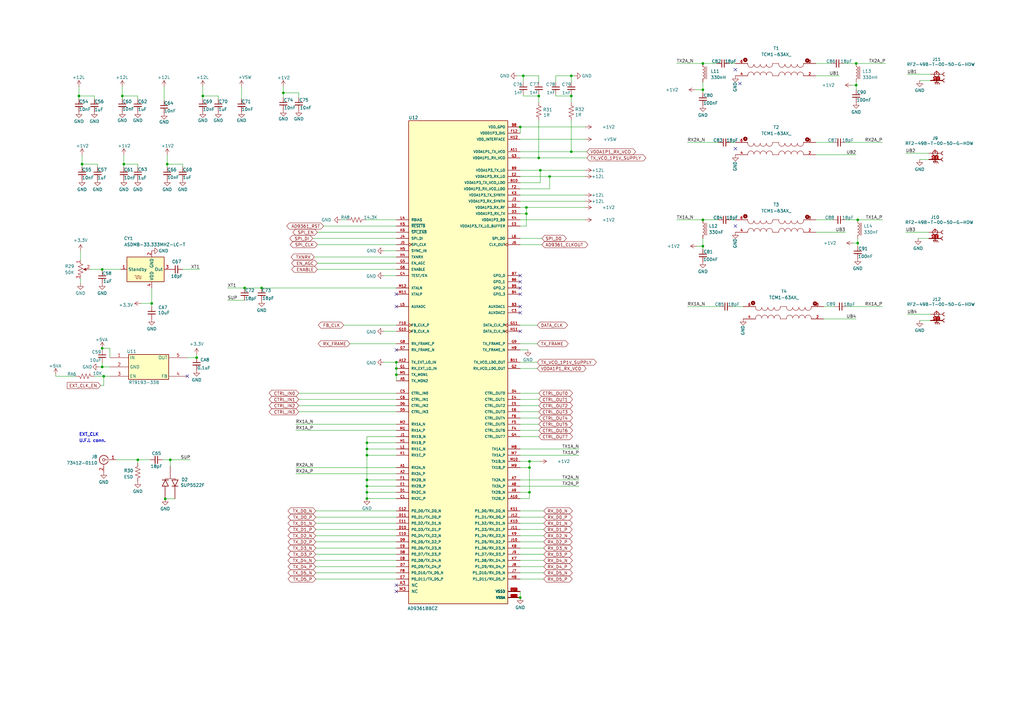
<source format=kicad_sch>
(kicad_sch (version 20231120) (generator "eeschema") (generator_version "8.0")
  (paper "A3")
  (junction (at 33.655 67.31))
  (junction (at 217.17 191.77))
  (junction (at 42.545 154.305))
  (junction (at 162.56 151.13))
  (junction (at 213.36 52.07))
  (junction (at 351.79 90.17))
  (junction (at 50.165 39.37))
  (junction (at 32.385 39.37))
  (junction (at 220.98 39.37))
  (junction (at 62.23 124.46))
  (junction (at 107.315 118.11))
  (junction (at 68.58 67.31))
  (junction (at 217.17 201.93))
  (junction (at 234.315 39.37))
  (junction (at 80.645 146.685))
  (junction (at 50.8 67.31))
  (junction (at 288.29 90.17))
  (junction (at 116.205 38.1))
  (junction (at 100.33 118.11))
  (junction (at 56.515 188.595))
  (junction (at 215.9 87.63))
  (junction (at 150.495 184.15))
  (junction (at 351.155 34.925))
  (junction (at 351.155 26.035))
  (junction (at 69.85 188.595))
  (junction (at 225.425 72.39))
  (junction (at 288.29 36.83))
  (junction (at 162.56 153.67))
  (junction (at 288.29 100.965))
  (junction (at 41.91 150.495))
  (junction (at 214.63 31.115))
  (junction (at 213.36 245.11))
  (junction (at 234.315 31.115))
  (junction (at 83.185 39.37))
  (junction (at 41.91 110.49))
  (junction (at 67.7542 204.597))
  (junction (at 150.495 181.61))
  (junction (at 150.495 186.69))
  (junction (at 150.495 199.39))
  (junction (at 150.495 204.47))
  (junction (at 150.495 201.93))
  (junction (at 150.495 196.85))
  (junction (at 351.79 99.695))
  (junction (at 162.56 148.59))
  (junction (at 215.9 85.09))
  (junction (at 234.315 62.23))
  (junction (at 288.29 26.035))
  (junction (at 217.17 189.23))
  (junction (at 41.91 142.875))
  (junction (at 220.98 64.77))
  (junction (at 221.615 69.85))
  (no_connect (at 301.625 60.96))
  (no_connect (at 76.835 154.305))
  (no_connect (at 213.36 135.89))
  (no_connect (at 213.36 120.65))
  (no_connect (at 162.56 240.03))
  (no_connect (at 213.36 113.03))
  (no_connect (at 162.56 143.51))
  (no_connect (at 303.4792 34.2646))
  (no_connect (at 301.625 92.71))
  (no_connect (at 301.625 28.575))
  (no_connect (at 213.36 128.27))
  (no_connect (at 162.56 242.57))
  (no_connect (at 162.56 120.65))
  (no_connect (at 213.36 125.73))
  (no_connect (at 213.36 115.57))
  (no_connect (at 213.36 118.11))
  (no_connect (at 162.56 125.73))
  (wire (pts (xy 213.36 52.07) (xy 240.03 52.07)))
  (wire (pts (xy 68.58 63.5) (xy 68.58 67.31)))
  (wire (pts (xy 56.515 39.37) (xy 56.515 40.64)))
  (wire (pts (xy 50.165 35.56) (xy 50.165 39.37)))
  (wire (pts (xy 215.9 85.09) (xy 240.03 85.09)))
  (wire (pts (xy 351.79 97.79) (xy 351.79 99.695)))
  (wire (pts (xy 121.285 176.53) (xy 162.56 176.53)))
  (wire (pts (xy 214.63 39.37) (xy 220.98 39.37)))
  (wire (pts (xy 129.54 212.09) (xy 162.56 212.09)))
  (wire (pts (xy 149.86 90.17) (xy 162.56 90.17)))
  (wire (pts (xy 41.91 110.49) (xy 41.91 111.125)))
  (wire (pts (xy 68.58 67.31) (xy 74.93 67.31)))
  (wire (pts (xy 213.36 151.13) (xy 220.345 151.13)))
  (wire (pts (xy 215.9 87.63) (xy 213.36 87.63)))
  (wire (pts (xy 213.36 184.15) (xy 237.49 184.15)))
  (wire (pts (xy 41.91 142.875) (xy 41.91 143.51)))
  (wire (pts (xy 41.91 142.875) (xy 45.085 142.875)))
  (wire (pts (xy 288.29 36.83) (xy 288.29 38.1)))
  (wire (pts (xy 67.691 204.597) (xy 67.7542 204.597)))
  (wire (pts (xy 68.58 68.58) (xy 68.58 67.31)))
  (wire (pts (xy 217.17 204.47) (xy 217.17 201.93)))
  (wire (pts (xy 162.56 148.59) (xy 162.56 151.13)))
  (wire (pts (xy 234.315 62.23) (xy 240.665 62.23)))
  (wire (pts (xy 234.315 31.115) (xy 235.585 31.115)))
  (wire (pts (xy 288.29 26.035) (xy 294.005 26.035)))
  (wire (pts (xy 349.885 99.695) (xy 351.79 99.695)))
  (wire (pts (xy 351.79 99.695) (xy 351.79 100.965)))
  (wire (pts (xy 213.36 97.79) (xy 222.25 97.79)))
  (wire (pts (xy 162.56 153.67) (xy 162.56 156.21)))
  (wire (pts (xy 213.36 217.17) (xy 223.012 217.17)))
  (wire (pts (xy 62.23 124.46) (xy 62.23 125.73)))
  (wire (pts (xy 42.545 154.305) (xy 42.545 158.115)))
  (wire (pts (xy 116.205 38.1) (xy 116.205 40.005)))
  (wire (pts (xy 56.515 188.595) (xy 56.515 189.865)))
  (wire (pts (xy 41.91 150.495) (xy 45.085 150.495)))
  (wire (pts (xy 41.91 148.59) (xy 41.91 150.495)))
  (wire (pts (xy 33.655 68.58) (xy 33.655 67.31)))
  (wire (pts (xy 57.785 124.46) (xy 62.23 124.46)))
  (wire (pts (xy 130.175 107.95) (xy 162.56 107.95)))
  (wire (pts (xy 150.495 179.07) (xy 150.495 181.61)))
  (wire (pts (xy 93.345 118.11) (xy 100.33 118.11)))
  (wire (pts (xy 150.495 201.93) (xy 150.495 204.47)))
  (wire (pts (xy 220.98 64.77) (xy 213.36 64.77)))
  (wire (pts (xy 213.36 204.47) (xy 217.17 204.47)))
  (wire (pts (xy 150.495 184.15) (xy 162.56 184.15)))
  (wire (pts (xy 213.36 163.83) (xy 220.98 163.83)))
  (wire (pts (xy 122.555 161.29) (xy 162.56 161.29)))
  (wire (pts (xy 121.285 191.77) (xy 162.56 191.77)))
  (wire (pts (xy 76.835 146.685) (xy 80.645 146.685)))
  (wire (pts (xy 69.85 188.595) (xy 78.105 188.595)))
  (wire (pts (xy 346.075 26.035) (xy 351.155 26.035)))
  (wire (pts (xy 42.545 158.115) (xy 41.275 158.115)))
  (wire (pts (xy 122.555 38.1) (xy 122.555 40.005)))
  (wire (pts (xy 38.735 39.37) (xy 38.735 40.64)))
  (wire (pts (xy 213.36 229.87) (xy 223.012 229.87)))
  (wire (pts (xy 372.11 30.48) (xy 381.635 30.48)))
  (wire (pts (xy 281.94 58.42) (xy 294.64 58.42)))
  (wire (pts (xy 213.36 148.59) (xy 220.345 148.59)))
  (wire (pts (xy 143.51 140.97) (xy 162.56 140.97)))
  (wire (pts (xy 83.185 39.37) (xy 89.535 39.37)))
  (wire (pts (xy 213.36 140.97) (xy 220.345 140.97)))
  (wire (pts (xy 150.495 184.15) (xy 150.495 186.69)))
  (wire (pts (xy 220.98 64.77) (xy 240.665 64.77)))
  (wire (pts (xy 213.36 176.53) (xy 220.98 176.53)))
  (wire (pts (xy 157.48 135.89) (xy 162.56 135.89)))
  (wire (pts (xy 213.36 232.41) (xy 223.012 232.41)))
  (wire (pts (xy 38.735 154.305) (xy 42.545 154.305)))
  (wire (pts (xy 299.72 90.17) (xy 301.625 90.17)))
  (wire (pts (xy 213.36 143.51) (xy 216.535 143.51)))
  (wire (pts (xy 213.36 227.33) (xy 223.012 227.33)))
  (wire (pts (xy 116.205 38.1) (xy 122.555 38.1)))
  (wire (pts (xy 213.36 191.77) (xy 217.17 191.77)))
  (wire (pts (xy 234.315 31.115) (xy 234.315 33.655)))
  (wire (pts (xy 220.98 31.115) (xy 220.98 33.655)))
  (wire (pts (xy 67.7542 204.597) (xy 71.755 204.597)))
  (wire (pts (xy 214.63 31.115) (xy 220.98 31.115)))
  (wire (pts (xy 83.185 35.56) (xy 83.185 39.37)))
  (wire (pts (xy 225.425 77.47) (xy 213.36 77.47)))
  (wire (pts (xy 213.36 214.63) (xy 223.012 214.63)))
  (wire (pts (xy 129.54 224.79) (xy 162.56 224.79)))
  (wire (pts (xy 40.64 150.495) (xy 41.91 150.495)))
  (wire (pts (xy 213.36 90.17) (xy 240.03 90.17)))
  (wire (pts (xy 157.48 102.87) (xy 162.56 102.87)))
  (wire (pts (xy 157.48 113.03) (xy 162.56 113.03)))
  (wire (pts (xy 162.56 151.13) (xy 162.56 153.67)))
  (wire (pts (xy 130.175 110.49) (xy 162.56 110.49)))
  (wire (pts (xy 33.02 102.87) (xy 33.02 106.68)))
  (wire (pts (xy 122.555 163.83) (xy 162.56 163.83)))
  (wire (pts (xy 221.615 69.85) (xy 240.03 69.85)))
  (wire (pts (xy 225.425 72.39) (xy 225.425 77.47)))
  (wire (pts (xy 99.06 35.56) (xy 99.06 40.64)))
  (wire (pts (xy 217.17 189.23) (xy 217.17 191.77)))
  (wire (pts (xy 129.54 234.95) (xy 162.56 234.95)))
  (wire (pts (xy 213.36 161.29) (xy 220.98 161.29)))
  (wire (pts (xy 89.535 39.37) (xy 89.535 40.64)))
  (wire (pts (xy 214.63 31.115) (xy 214.63 33.655)))
  (wire (pts (xy 299.72 58.42) (xy 301.625 58.42)))
  (wire (pts (xy 277.495 26.035) (xy 288.29 26.035)))
  (wire (pts (xy 213.36 237.49) (xy 223.012 237.49)))
  (wire (pts (xy 129.54 209.55) (xy 162.56 209.55)))
  (wire (pts (xy 150.495 196.85) (xy 150.495 199.39)))
  (wire (pts (xy 234.315 39.37) (xy 227.965 39.37)))
  (wire (pts (xy 217.17 189.23) (xy 221.615 189.23)))
  (wire (pts (xy 334.645 63.5) (xy 351.155 63.5)))
  (wire (pts (xy 130.175 95.25) (xy 162.56 95.25)))
  (wire (pts (xy 351.79 90.17) (xy 361.95 90.17)))
  (wire (pts (xy 281.94 125.73) (xy 295.275 125.73)))
  (wire (pts (xy 220.98 49.53) (xy 220.98 64.77)))
  (wire (pts (xy 140.97 133.35) (xy 162.56 133.35)))
  (wire (pts (xy 334.645 95.25) (xy 346.71 95.25)))
  (wire (pts (xy 377.19 65.405) (xy 381 65.405)))
  (wire (pts (xy 227.965 39.37) (xy 227.965 38.735)))
  (wire (pts (xy 213.36 179.07) (xy 220.98 179.07)))
  (wire (pts (xy 215.9 85.09) (xy 215.9 87.63)))
  (wire (pts (xy 74.93 67.31) (xy 74.93 68.58)))
  (wire (pts (xy 150.495 186.69) (xy 150.495 196.85)))
  (wire (pts (xy 227.965 31.115) (xy 234.315 31.115)))
  (wire (pts (xy 129.54 219.71) (xy 162.56 219.71)))
  (wire (pts (xy 93.345 123.19) (xy 100.33 123.19)))
  (wire (pts (xy 150.495 196.85) (xy 162.56 196.85)))
  (wire (pts (xy 32.385 35.56) (xy 32.385 39.37)))
  (wire (pts (xy 214.63 38.735) (xy 214.63 39.37)))
  (wire (pts (xy 45.085 142.875) (xy 45.085 146.685)))
  (wire (pts (xy 213.36 100.33) (xy 222.25 100.33)))
  (wire (pts (xy 121.285 194.31) (xy 162.56 194.31)))
  (wire (pts (xy 80.645 145.415) (xy 80.645 146.685)))
  (wire (pts (xy 213.36 219.71) (xy 223.012 219.71)))
  (wire (pts (xy 215.9 87.63) (xy 215.9 92.71)))
  (wire (pts (xy 107.315 118.11) (xy 162.56 118.11)))
  (wire (pts (xy 234.315 39.37) (xy 234.315 41.91)))
  (wire (pts (xy 212.09 31.115) (xy 214.63 31.115)))
  (wire (pts (xy 139.7 90.17) (xy 142.24 90.17)))
  (wire (pts (xy 285.75 100.965) (xy 288.29 100.965)))
  (wire (pts (xy 213.36 224.79) (xy 223.012 224.79)))
  (wire (pts (xy 129.54 232.41) (xy 162.56 232.41)))
  (wire (pts (xy 213.36 212.09) (xy 223.012 212.09)))
  (wire (pts (xy 50.8 63.5) (xy 50.8 67.31)))
  (wire (pts (xy 288.29 90.17) (xy 294.64 90.17)))
  (wire (pts (xy 213.36 242.57) (xy 213.36 245.11)))
  (wire (pts (xy 33.655 67.31) (xy 40.005 67.31)))
  (wire (pts (xy 342.265 125.73) (xy 337.82 125.73)))
  (wire (pts (xy 150.495 181.61) (xy 150.495 184.15)))
  (wire (pts (xy 66.675 188.595) (xy 69.85 188.595)))
  (wire (pts (xy 69.85 188.595) (xy 69.85 191.135)))
  (wire (pts (xy 213.36 80.01) (xy 240.03 80.01)))
  (wire (pts (xy 74.93 110.49) (xy 81.915 110.49)))
  (wire (pts (xy 213.36 186.69) (xy 237.49 186.69)))
  (wire (pts (xy 56.515 188.595) (xy 61.595 188.595)))
  (wire (pts (xy 128.905 105.41) (xy 162.56 105.41)))
  (wire (pts (xy 371.475 62.865) (xy 381 62.865)))
  (wire (pts (xy 234.315 62.23) (xy 213.36 62.23)))
  (wire (pts (xy 116.205 35.56) (xy 116.205 38.1)))
  (wire (pts (xy 129.54 237.49) (xy 162.56 237.49)))
  (wire (pts (xy 300.355 125.73) (xy 304.8 125.73)))
  (wire (pts (xy 346.71 90.17) (xy 351.79 90.17)))
  (wire (pts (xy 213.36 189.23) (xy 217.17 189.23)))
  (wire (pts (xy 351.155 34.925) (xy 351.155 36.83)))
  (wire (pts (xy 122.555 168.91) (xy 162.56 168.91)))
  (wire (pts (xy 277.495 90.17) (xy 288.29 90.17)))
  (wire (pts (xy 213.36 222.25) (xy 223.012 222.25)))
  (wire (pts (xy 50.165 39.37) (xy 56.515 39.37)))
  (wire (pts (xy 220.98 38.735) (xy 220.98 39.37)))
  (wire (pts (xy 150.495 181.61) (xy 162.56 181.61)))
  (wire (pts (xy 150.495 179.07) (xy 162.56 179.07)))
  (wire (pts (xy 162.56 204.47) (xy 150.495 204.47)))
  (wire (pts (xy 234.315 49.53) (xy 234.315 62.23)))
  (wire (pts (xy 213.36 173.99) (xy 220.98 173.99)))
  (wire (pts (xy 217.17 191.77) (xy 217.17 201.93)))
  (wire (pts (xy 40.005 67.31) (xy 40.005 68.58)))
  (wire (pts (xy 33.655 63.5) (xy 33.655 67.31)))
  (wire (pts (xy 377.19 33.02) (xy 381.635 33.02)))
  (wire (pts (xy 22.86 154.305) (xy 22.86 153.67)))
  (wire (pts (xy 67.31 35.56) (xy 67.31 41.275)))
  (wire (pts (xy 227.965 31.115) (xy 227.965 33.655)))
  (wire (pts (xy 129.54 222.25) (xy 162.56 222.25)))
  (wire (pts (xy 128.27 97.79) (xy 162.56 97.79)))
  (wire (pts (xy 225.425 72.39) (xy 240.03 72.39)))
  (wire (pts (xy 100.33 118.11) (xy 107.315 118.11)))
  (wire (pts (xy 334.645 31.115) (xy 344.17 31.115)))
  (wire (pts (xy 376.555 97.79) (xy 381 97.79)))
  (wire (pts (xy 349.25 34.925) (xy 351.155 34.925)))
  (wire (pts (xy 83.185 40.64) (xy 83.185 39.37)))
  (wire (pts (xy 337.82 130.81) (xy 351.155 130.81)))
  (wire (pts (xy 334.645 58.42) (xy 341.63 58.42)))
  (wire (pts (xy 213.36 201.93) (xy 217.17 201.93)))
  (wire (pts (xy 150.495 186.69) (xy 162.56 186.69)))
  (wire (pts (xy 129.54 214.63) (xy 162.56 214.63)))
  (wire (pts (xy 32.385 40.64) (xy 32.385 39.37)))
  (wire (pts (xy 347.345 125.73) (xy 361.95 125.73)))
  (wire (pts (xy 213.36 72.39) (xy 225.425 72.39)))
  (wire (pts (xy 213.36 85.09) (xy 215.9 85.09)))
  (wire (pts (xy 56.515 67.31) (xy 56.515 68.58)))
  (wire (pts (xy 288.29 100.965) (xy 288.29 102.235)))
  (wire (pts (xy 32.385 39.37) (xy 38.735 39.37)))
  (wire (pts (xy 157.48 148.59) (xy 162.56 148.59)))
  (wire (pts (xy 346.71 58.42) (xy 361.95 58.42)))
  (wire (pts (xy 122.555 166.37) (xy 162.56 166.37)))
  (wire (pts (xy 22.86 154.305) (xy 31.115 154.305)))
  (wire (pts (xy 47.625 188.595) (xy 56.515 188.595)))
  (wire (pts (xy 121.285 173.99) (xy 162.56 173.99)))
  (wire (pts (xy 213.36 57.15) (xy 240.03 57.15)))
  (wire (pts (xy 213.36 168.91) (xy 220.98 168.91)))
  (wire (pts (xy 285.115 36.83) (xy 288.29 36.83)))
  (wire (pts (xy 371.475 95.25) (xy 381 95.25)))
  (wire (pts (xy 213.36 52.07) (xy 213.36 54.61)))
  (wire (pts (xy 220.98 39.37) (xy 220.98 41.91)))
  (wire (pts (xy 42.545 154.305) (xy 45.085 154.305)))
  (wire (pts (xy 36.83 110.49) (xy 41.91 110.49)))
  (wire (pts (xy 213.36 234.95) (xy 223.012 234.95)))
  (wire (pts (xy 132.715 92.71) (xy 162.56 92.71)))
  (wire (pts (xy 334.645 26.035) (xy 340.995 26.035)))
  (wire (pts (xy 341.63 90.17) (xy 334.645 90.17)))
  (wire (pts (xy 288.29 33.655) (xy 288.29 36.83)))
  (wire (pts (xy 130.175 100.33) (xy 162.56 100.33)))
  (wire (pts (xy 213.36 133.35) (xy 220.345 133.35)))
  (wire (pts (xy 150.495 201.93) (xy 162.56 201.93)))
  (wire (pts (xy 150.495 199.39) (xy 150.495 201.93)))
  (wire (pts (xy 129.54 217.17) (xy 162.56 217.17)))
  (wire (pts (xy 299.085 26.035) (xy 301.625 26.035)))
  (wire (pts (xy 372.11 128.905) (xy 381.635 128.905)))
  (wire (pts (xy 351.155 26.035) (xy 363.22 26.035)))
  (wire (pts (xy 129.54 229.87) (xy 162.56 229.87)))
  (wire (pts (xy 213.36 74.93) (xy 221.615 74.93)))
  (wire (pts (xy 50.8 68.58) (xy 50.8 67.31)))
  (wire (pts (xy 162.56 199.39) (xy 150.495 199.39)))
  (wire (pts (xy 129.54 227.33) (xy 162.56 227.33)))
  (wire (pts (xy 237.49 199.39) (xy 213.36 199.39)))
  (wire (pts (xy 213.36 82.55) (xy 240.03 82.55)))
  (wire (pts (xy 221.615 69.85) (xy 221.615 74.93)))
  (wire (pts (xy 213.36 166.37) (xy 220.98 166.37)))
  (wire (pts (xy 234.315 38.735) (xy 234.315 39.37)))
  (wire (pts (xy 50.8 67.31) (xy 56.515 67.31)))
  (wire (pts (xy 377.19 131.445) (xy 381.635 131.445)))
  (wire (pts (xy 62.23 118.11) (xy 62.23 124.46)))
  (wire (pts (xy 213.36 171.45) (xy 220.98 171.45)))
  (wire (pts (xy 351.155 33.655) (xy 351.155 34.925)))
  (wire (pts (xy 221.615 69.85) (xy 213.36 69.85)))
  (wire (pts (xy 288.29 97.79) (xy 288.29 100.965)))
  (wire (pts (xy 215.9 92.71) (xy 213.36 92.71)))
  (wire (pts (xy 237.49 196.85) (xy 213.36 196.85)))
  (wire (pts (xy 33.02 116.205) (xy 33.02 114.3)))
  (wire (pts (xy 50.165 40.64) (xy 50.165 39.37)))
  (wire (pts (xy 41.91 110.49) (xy 49.53 110.49)))
  (wire (pts (xy 213.36 209.55) (xy 223.012 209.55)))
  (text "EXT_CLK" (at 32.385 179.07 0) (effects (font (size 1.27 1.27) (thickness 0.254) (bold yes)) (justify left bottom)))
  (text "U.F.L conn.\n" (at 32.385 181.61 0) (effects (font (size 1.27 1.27) (thickness 0.254) (bold yes)) (justify left bottom)))
  (label "UB1" (at 372.11 30.48 0))
  (label "RX1A_P" (at 361.95 125.73 180))
  (label "RX2A_N" (at 281.94 58.42 0))
  (label "TX2A_P" (at 237.49 199.39 180))
  (label "TX1A_P" (at 361.95 90.17 180))
  (label "UB3" (at 371.475 95.25 0))
  (label "XT1" (at 81.915 110.49 180))
  (label "UB4" (at 372.11 128.905 0))
  (label "UB2" (at 351.155 63.5 180))
  (label "RX1A_N" (at 281.94 125.73 0))
  (label "TX2A_N" (at 237.49 196.85 180))
  (label "XT1" (at 93.345 118.11 0))
  (label "RX2A_N" (at 121.285 191.77 0))
  (label "RX1A_N" (at 121.285 173.99 0))
  (label "UB1" (at 344.17 31.115 180))
  (label "TX1A_N" (at 277.495 90.17 0))
  (label "UB4" (at 351.155 130.81 180))
  (label "SUP" (at 93.345 123.19 0))
  (label "UB3" (at 346.71 95.25 180))
  (label "TX2A_N" (at 277.495 26.035 0))
  (label "RX2A_P" (at 121.285 194.31 0))
  (label "TX2A_P" (at 363.22 26.035 180))
  (label "TX1A_N" (at 237.49 184.15 180))
  (label "UB2" (at 371.475 62.865 0))
  (label "RX2A_P" (at 361.95 58.42 180))
  (label "TX1A_P" (at 237.49 186.69 180))
  (label "RX1A_P" (at 121.285 176.53 0))
  (label "SUP" (at 78.105 188.595 180))
  (global_label "CTRL_OUT3" (shape bidirectional) (at 220.98 168.91 0) (property "Intersheetrefs" "${INTERSHEET_REFS}" (effects (hide yes))))
  (global_label "RX_D3_P" (shape bidirectional) (at 223.012 227.33 0) (property "Intersheetrefs" "${INTERSHEET_REFS}" (effects (hide yes))))
  (global_label "SPI_DI" (shape bidirectional) (at 128.27 97.79 180) (property "Intersheetrefs" "${INTERSHEET_REFS}" (effects (hide yes))))
  (global_label "TX_D5_P" (shape bidirectional) (at 129.54 237.49 180) (property "Intersheetrefs" "${INTERSHEET_REFS}" (effects (hide yes))))
  (global_label "RX_FRAME" (shape bidirectional) (at 143.51 140.97 180) (property "Intersheetrefs" "${INTERSHEET_REFS}" (effects (hide yes))))
  (global_label "RX_D1_P" (shape bidirectional) (at 223.012 217.17 0) (property "Intersheetrefs" "${INTERSHEET_REFS}" (effects (hide yes))))
  (global_label "CTRL_OUT0" (shape bidirectional) (at 220.98 161.29 0) (property "Intersheetrefs" "${INTERSHEET_REFS}" (effects (hide yes))))
  (global_label "TX_FRAME" (shape bidirectional) (at 220.345 140.97 0) (property "Intersheetrefs" "${INTERSHEET_REFS}" (effects (hide yes))))
  (global_label "TX_D0_N" (shape bidirectional) (at 129.54 209.55 180) (property "Intersheetrefs" "${INTERSHEET_REFS}" (effects (hide yes))))
  (global_label "RX_D0_N" (shape bidirectional) (at 223.012 209.55 0) (property "Intersheetrefs" "${INTERSHEET_REFS}" (effects (hide yes))))
  (global_label "DATA_CLK" (shape bidirectional) (at 220.345 133.35 0) (property "Intersheetrefs" "${INTERSHEET_REFS}" (effects (hide yes))))
  (global_label "TXNRX" (shape bidirectional) (at 128.905 105.41 180) (property "Intersheetrefs" "${INTERSHEET_REFS}" (effects (hide yes))))
  (global_label "RX_D3_N" (shape bidirectional) (at 223.012 224.79 0) (property "Intersheetrefs" "${INTERSHEET_REFS}" (effects (hide yes))))
  (global_label "TX_D2_N" (shape bidirectional) (at 129.54 219.71 180) (property "Intersheetrefs" "${INTERSHEET_REFS}" (effects (hide yes))))
  (global_label "RX_D0_P" (shape bidirectional) (at 223.012 212.09 0) (property "Intersheetrefs" "${INTERSHEET_REFS}" (effects (hide yes))))
  (global_label "CTRL_OUT7" (shape bidirectional) (at 220.98 179.07 0) (property "Intersheetrefs" "${INTERSHEET_REFS}" (effects (hide yes))))
  (global_label "CTRL_IN0" (shape bidirectional) (at 122.555 161.29 180) (property "Intersheetrefs" "${INTERSHEET_REFS}" (effects (hide yes))))
  (global_label "CTRL_OUT1" (shape bidirectional) (at 220.98 163.83 0) (property "Intersheetrefs" "${INTERSHEET_REFS}" (effects (hide yes))))
  (global_label "TX_VCO_1P1V_SUPPLY" (shape bidirectional) (at 240.665 64.77 0) (property "Intersheetrefs" "${INTERSHEET_REFS}" (effects (hide yes))))
  (global_label "CTRL_OUT6" (shape bidirectional) (at 220.98 176.53 0) (property "Intersheetrefs" "${INTERSHEET_REFS}" (effects (hide yes))))
  (global_label "AD9361_RST" (shape bidirectional) (at 132.715 92.71 180) (property "Intersheetrefs" "${INTERSHEET_REFS}" (effects (hide yes))))
  (global_label "TX_D3_P" (shape bidirectional) (at 129.54 227.33 180) (property "Intersheetrefs" "${INTERSHEET_REFS}" (effects (hide yes))))
  (global_label "RX_D4_P" (shape bidirectional) (at 223.012 232.41 0) (property "Intersheetrefs" "${INTERSHEET_REFS}" (effects (hide yes))))
  (global_label "TX_D1_P" (shape bidirectional) (at 129.54 217.17 180) (property "Intersheetrefs" "${INTERSHEET_REFS}" (effects (hide yes))))
  (global_label "VDDA1P1_RX_VCO" (shape bidirectional) (at 220.345 151.13 0) (property "Intersheetrefs" "${INTERSHEET_REFS}" (effects (hide yes))))
  (global_label "EN_AGC" (shape bidirectional) (at 130.175 107.95 180) (property "Intersheetrefs" "${INTERSHEET_REFS}" (effects (hide yes))))
  (global_label "CTRL_OUT4" (shape bidirectional) (at 220.98 171.45 0) (property "Intersheetrefs" "${INTERSHEET_REFS}" (effects (hide yes))))
  (global_label "TX_D1_N" (shape bidirectional) (at 129.54 214.63 180) (property "Intersheetrefs" "${INTERSHEET_REFS}" (effects (hide yes))))
  (global_label "TX_D2_P" (shape bidirectional) (at 129.54 222.25 180) (property "Intersheetrefs" "${INTERSHEET_REFS}" (effects (hide yes))))
  (global_label "RX_D2_P" (shape bidirectional) (at 223.012 222.25 0) (property "Intersheetrefs" "${INTERSHEET_REFS}" (effects (hide yes))))
  (global_label "RX_D4_N" (shape bidirectional) (at 223.012 229.87 0) (property "Intersheetrefs" "${INTERSHEET_REFS}" (effects (hide yes))))
  (global_label "CTRL_OUT2" (shape bidirectional) (at 220.98 166.37 0) (property "Intersheetrefs" "${INTERSHEET_REFS}" (effects (hide yes))))
  (global_label "RX_D5_N" (shape bidirectional) (at 223.012 234.95 0) (property "Intersheetrefs" "${INTERSHEET_REFS}" (effects (hide yes))))
  (global_label "TX_D4_P" (shape bidirectional) (at 129.54 232.41 180) (property "Intersheetrefs" "${INTERSHEET_REFS}" (effects (hide yes))))
  (global_label "CTRL_IN3" (shape bidirectional) (at 122.555 168.91 180) (property "Intersheetrefs" "${INTERSHEET_REFS}" (effects (hide yes))))
  (global_label "TX_D5_N" (shape bidirectional) (at 129.54 234.95 180) (property "Intersheetrefs" "${INTERSHEET_REFS}" (effects (hide yes))))
  (global_label "SPI_D0" (shape bidirectional) (at 222.25 97.79 0) (property "Intersheetrefs" "${INTERSHEET_REFS}" (effects (hide yes))))
  (global_label "CTRL_IN1" (shape bidirectional) (at 122.555 163.83 180) (property "Intersheetrefs" "${INTERSHEET_REFS}" (effects (hide yes))))
  (global_label "RX_D5_P" (shape bidirectional) (at 223.012 237.49 0) (property "Intersheetrefs" "${INTERSHEET_REFS}" (effects (hide yes))))
  (global_label "SPI_EN" (shape bidirectional) (at 130.175 95.25 180) (property "Intersheetrefs" "${INTERSHEET_REFS}" (effects (hide yes))))
  (global_label "FB_CLK" (shape bidirectional) (at 140.97 133.35 180) (property "Intersheetrefs" "${INTERSHEET_REFS}" (effects (hide yes))))
  (global_label "TX_D3_N" (shape bidirectional) (at 129.54 224.79 180) (property "Intersheetrefs" "${INTERSHEET_REFS}" (effects (hide yes))))
  (global_label "SPI_CLK" (shape bidirectional) (at 130.175 100.33 180) (property "Intersheetrefs" "${INTERSHEET_REFS}" (effects (hide yes))))
  (global_label "TX_VCO_1P1V_SUPPLY" (shape bidirectional) (at 220.345 148.59 0) (property "Intersheetrefs" "${INTERSHEET_REFS}" (effects (hide yes))))
  (global_label "VDDA1P1_RX_VCO" (shape bidirectional) (at 240.665 62.23 0) (property "Intersheetrefs" "${INTERSHEET_REFS}" (effects (hide yes))))
  (global_label "TX_D0_P" (shape bidirectional) (at 129.54 212.09 180) (property "Intersheetrefs" "${INTERSHEET_REFS}" (effects (hide yes))))
  (global_label "EXT_CLK_EN" (shape input) (at 41.275 158.115 180) (property "Intersheetrefs" "${INTERSHEET_REFS}" (effects (hide yes))))
  (global_label "ENABLE" (shape bidirectional) (at 130.175 110.49 180) (property "Intersheetrefs" "${INTERSHEET_REFS}" (effects (hide yes))))
  (global_label "RX_D1_N" (shape bidirectional) (at 223.012 214.63 0) (property "Intersheetrefs" "${INTERSHEET_REFS}" (effects (hide yes))))
  (global_label "CTRL_IN2" (shape bidirectional) (at 122.555 166.37 180) (property "Intersheetrefs" "${INTERSHEET_REFS}" (effects (hide yes))))
  (global_label "CTRL_OUT5" (shape bidirectional) (at 220.98 173.99 0) (property "Intersheetrefs" "${INTERSHEET_REFS}" (effects (hide yes))))
  (global_label "AD9361_CLKOUT" (shape bidirectional) (at 222.25 100.33 0) (property "Intersheetrefs" "${INTERSHEET_REFS}" (effects (hide yes))))
  (global_label "RX_D2_N" (shape bidirectional) (at 223.012 219.71 0) (property "Intersheetrefs" "${INTERSHEET_REFS}" (effects (hide yes))))
  (global_label "TX_D4_N" (shape bidirectional) (at 129.54 229.87 180) (property "Intersheetrefs" "${INTERSHEET_REFS}" (effects (hide yes))))
  (symbol (lib_id "power:+12L") (at 50.165 35.56 0) (unit 1)
    (property "Reference" "#PWR0135" (effects (hide yes)))
    (property "Value" "+12L" (at 50.038 31.75 0))
  )
  (symbol (lib_name "GND_1") (lib_id "power:GND") (at 301.625 31.115 0) (unit 1)
    (property "Reference" "#PWR0190" (effects (hide yes)))
    (property "Value" "GND" (at 301.498 35.687 90))
  )
  (symbol (lib_id "Device:C_Small") (at 122.555 42.545 0) (unit 1)
    (property "Reference" "C75" (at 122.682 41.021 0) (effects (justify left)))
    (property "Value" "10nF" (at 122.936 44.196 0) (effects (justify left)))
    (property "Footprint" "Capacitor_SMD:C_0402_1005Metric_Pad0.74x0.62mm_HandSolder" (effects (hide yes)))
  )
  (symbol (lib_id "Device:C_Small") (at 227.965 36.195 0) (unit 1)
    (property "Reference" "C78" (at 223.901 34.671 0) (effects (justify left)))
    (property "Value" "1nF" (at 224.155 37.973 0) (effects (justify left)))
    (property "Footprint" "Capacitor_SMD:C_0402_1005Metric_Pad0.74x0.62mm_HandSolder" (effects (hide yes)))
  )
  (symbol (lib_id "Device:C_Small") (at 220.98 36.195 0) (unit 1)
    (property "Reference" "C77" (at 217.17 34.544 0) (effects (justify left)))
    (property "Value" "1nF" (at 217.17 37.973 0) (effects (justify left)))
    (property "Footprint" "Capacitor_SMD:C_0402_1005Metric_Pad0.74x0.62mm_HandSolder" (effects (hide yes)))
  )
  (symbol (lib_id "Device:C_Small") (at 62.23 128.27 0) (unit 1)
    (property "Reference" "CA7" (at 64.897 126.111 0) (effects (justify left)))
    (property "Value" "10uF" (at 64.77 128.27 0) (effects (justify left)))
    (property "Footprint" "Capacitor_SMD:C_0603_1608Metric_Pad1.08x0.95mm_HandSolder" (effects (hide yes)))
  )
  (symbol (lib_id "RF2-49B-T-00-50-G-HDW:RF2-49B-T-00-50-G-HDW") (at 384.175 30.48 0) (mirror y) (unit 1)
    (property "Reference" "J11" (at 384.1531 24.3474 0))
    (property "Value" "RF2-49B-T-00-50-G-HDW" (at 385.8793 26.4189 0))
    (property "Footprint" "Connector_Coaxial:SMA_Amphenol_901-144_Vertical" (effects (hide yes)))
    (property "PARTREV" "7/20/16" (effects (hide yes)))
    (property "STANDARD" "Manufacturer Recommendations" (effects (hide yes)))
    (property "SNAPEDA_PN" "RF2-49B-T-00-50-G-HDW" (effects (hide yes)))
    (property "MAXIMUM_PACKAGE_HEIGHT" "10.45mm" (effects (hide yes)))
    (property "MANUFACTURER" "Adam Tech" (effects (hide yes)))
  )
  (symbol (lib_id "RF2-49B-T-00-50-G-HDW:RF2-49B-T-00-50-G-HDW") (at 383.54 62.865 0) (mirror y) (unit 1)
    (property "Reference" "J9" (at 383.5181 56.7324 0))
    (property "Value" "RF2-49B-T-00-50-G-HDW" (at 385.2443 58.8039 0))
    (property "Footprint" "Connector_Coaxial:SMA_Amphenol_901-144_Vertical" (effects (hide yes)))
    (property "PARTREV" "7/20/16" (effects (hide yes)))
    (property "STANDARD" "Manufacturer Recommendations" (effects (hide yes)))
    (property "SNAPEDA_PN" "RF2-49B-T-00-50-G-HDW" (effects (hide yes)))
    (property "MAXIMUM_PACKAGE_HEIGHT" "10.45mm" (effects (hide yes)))
    (property "MANUFACTURER" "Adam Tech" (effects (hide yes)))
  )
  (symbol (lib_id "Device:C_Small") (at 68.58 71.12 0) (unit 1)
    (property "Reference" "C66" (at 68.58 69.596 0) (effects (justify left)))
    (property "Value" "10nF" (at 68.58 72.771 0) (effects (justify left)))
    (property "Footprint" "Capacitor_SMD:C_0402_1005Metric_Pad0.74x0.62mm_HandSolder" (effects (hide yes)))
  )
  (symbol (lib_id "power:+12L") (at 240.03 82.55 270) (unit 1)
    (property "Reference" "#PWR0180" (effects (hide yes)))
    (property "Value" "+12L" (at 242.57 82.55 90) (effects (justify left)))
  )
  (symbol (lib_name "+5VA_2") (lib_id "power:+5VA") (at 22.86 153.67 0) (unit 1)
    (property "Reference" "#PWR0123" (effects (hide yes)))
    (property "Value" "+5VA" (at 22.606 150.114 0))
  )
  (symbol (lib_id "Device:C_Small") (at 50.165 43.18 0) (unit 1)
    (property "Reference" "C60" (at 50.165 41.656 0) (effects (justify left)))
    (property "Value" "10nF" (at 50.165 44.704 0) (effects (justify left)))
    (property "Footprint" "Capacitor_SMD:C_0402_1005Metric_Pad0.74x0.62mm_HandSolder" (effects (hide yes)))
  )
  (symbol (lib_name "GND_1") (lib_id "power:GND") (at 377.19 33.02 0) (unit 1)
    (property "Reference" "#PWR0203" (effects (hide yes)))
    (property "Value" "GND" (at 377.19 37.084 0))
  )
  (symbol (lib_id "Device:C_Small") (at 41.91 146.05 0) (mirror y) (unit 1)
    (property "Reference" "C59" (at 41.529 144.399 0) (effects (justify left)))
    (property "Value" "10uF" (at 41.656 147.701 0) (effects (justify left)))
    (property "Footprint" "Capacitor_SMD:C_0603_1608Metric_Pad1.08x0.95mm_HandSolder" (effects (hide yes)))
  )
  (symbol (lib_id "Device:C_Small") (at 297.815 125.73 90) (unit 1)
    (property "Reference" "C85" (at 297.053 124.841 90) (effects (justify left)))
    (property "Value" "18pF" (at 303.403 124.841 90) (effects (justify left)))
    (property "Footprint" "Capacitor_SMD:C_0402_1005Metric_Pad0.74x0.62mm_HandSolder" (effects (hide yes)))
  )
  (symbol (lib_id "Device:C_Small") (at 344.17 58.42 270) (unit 1)
    (property "Reference" "C87" (at 339.471 57.531 90) (effects (justify left)))
    (property "Value" "18pF" (at 345.313 57.531 90) (effects (justify left)))
    (property "Footprint" "Capacitor_SMD:C_0402_1005Metric_Pad0.74x0.62mm_HandSolder" (effects (hide yes)))
  )
  (symbol (lib_id "power:+1V2") (at 240.03 85.09 270) (unit 1)
    (property "Reference" "#PWR0181" (effects (hide yes)))
    (property "Value" "+1V2" (at 249.555 85.09 90))
  )
  (symbol (lib_name "GND_1") (lib_id "power:GND") (at 107.315 123.19 0) (unit 1)
    (property "Reference" "#PWR0160" (effects (hide yes)))
    (property "Value" "GND" (at 107.315 127.254 0))
  )
  (symbol (lib_id "Device:R_US") (at 220.98 45.72 0) (unit 1)
    (property "Reference" "R31" (at 222.659 44.9941 0) (effects (justify left)))
    (property "Value" "1R" (at 222.8403 47.2161 0) (effects (justify left)))
    (property "Footprint" "Resistor_SMD:R_0402_1005Metric_Pad0.72x0.64mm_HandSolder" (effects (hide yes)))
  )
  (symbol (lib_name "GND_1") (lib_id "power:GND") (at 377.19 131.445 0) (unit 1)
    (property "Reference" "#PWR0205" (effects (hide yes)))
    (property "Value" "GND" (at 377.19 135.509 0))
  )
  (symbol (lib_id "Device:C_Small") (at 56.515 43.18 0) (unit 1)
    (property "Reference" "C62" (at 56.515 41.656 0) (effects (justify left)))
    (property "Value" "1uF" (at 56.515 44.831 0) (effects (justify left)))
    (property "Footprint" "Capacitor_SMD:C_0402_1005Metric_Pad0.74x0.62mm_HandSolder" (effects (hide yes)))
  )
  (symbol (lib_name "GND_1") (lib_id "power:GND") (at 351.79 106.045 0) (unit 1)
    (property "Reference" "#PWR0198" (effects (hide yes)))
    (property "Value" "GND" (at 351.79 110.109 0))
  )
  (symbol (lib_name "GND_1") (lib_id "power:GND") (at 89.535 45.72 0) (unit 1)
    (property "Reference" "#PWR0157" (effects (hide yes)))
    (property "Value" "GND" (at 89.535 49.403 0))
  )
  (symbol (lib_id "TCM1-63AX_:TCM1-63AX_") (at 316.865 92.71 0) (mirror y) (unit 1)
    (property "Reference" "T3" (at 318.389 83.947 0))
    (property "Value" "TCM1-63AX_" (at 318.389 86.487 0))
    (property "Footprint" "TCM1-63AX_:XFMR_TCM1-63AX_" (effects (hide yes)))
    (property "Description" "\nAudio Transformers / Signal Transformers 1:1 CORE & WIRE Transformer, 10 - 6000 MHz, 50 ohms\n" (effects (hide yes)))
    (property "MF" "Mini-Circuits" (effects (hide yes)))
    (property "Package" "SMD-6 Mini-Circuits" (effects (hide yes)))
    (property "Price" "None" (effects (hide yes)))
    (property "Check_prices" "https://www.snapeda.com/parts/TCM1-63AX+/Mini-Circuits/view-part/?ref=eda" (effects (hide yes)))
    (property "SnapEDA_Link" "https://www.snapeda.com/parts/TCM1-63AX+/Mini-Circuits/view-part/?ref=snap" (effects (hide yes)))
    (property "MP" "TCM1-63AX+" (effects (hide yes)))
    (property "Purchase-URL" "https://www.snapeda.com/api/url_track_click_mouser/?unipart_id=1737112&manufacturer=Mini-Circuits&part_name=TCM1-63AX+&search_term=tcm1-63ax" (effects (hide yes)))
    (property "Availability" "In Stock" (effects (hide yes)))
    (property "MANUFACTURER" "Mini Circuits" (effects (hide yes)))
  )
  (symbol (lib_id "Device:C_Small") (at 297.18 90.17 90) (unit 1)
    (property "Reference" "C84" (at 296.418 89.281 90) (effects (justify left)))
    (property "Value" "18pF" (at 302.768 89.281 90) (effects (justify left)))
    (property "Footprint" "Capacitor_SMD:C_0402_1005Metric_Pad0.74x0.62mm_HandSolder" (effects (hide yes)))
  )
  (symbol (lib_id "Device:C_Small") (at 33.655 71.12 0) (unit 1)
    (property "Reference" "C55" (at 33.655 69.596 0) (effects (justify left)))
    (property "Value" "10nF" (at 33.655 72.898 0) (effects (justify left)))
    (property "Footprint" "Capacitor_SMD:C_0402_1005Metric_Pad0.74x0.62mm_HandSolder" (effects (hide yes)))
  )
  (symbol (lib_id "Device:C_Small") (at 74.93 71.12 0) (unit 1)
    (property "Reference" "C68" (at 74.93 69.596 0) (effects (justify left)))
    (property "Value" "1uF" (at 74.93 72.771 0) (effects (justify left)))
    (property "Footprint" "Capacitor_SMD:C_0402_1005Metric_Pad0.74x0.62mm_HandSolder" (effects (hide yes)))
  )
  (symbol (lib_name "GND_1") (lib_id "power:GND") (at 376.555 97.79 0) (unit 1)
    (property "Reference" "#PWR0202" (effects (hide yes)))
    (property "Value" "GND" (at 376.555 101.854 0))
  )
  (symbol (lib_name "GND_1") (lib_id "power:GND") (at 122.555 45.085 0) (unit 1)
    (property "Reference" "#PWR0163" (effects (hide yes)))
    (property "Value" "GND" (at 122.555 48.768 0))
  )
  (symbol (lib_name "GND_1") (lib_id "power:GND") (at 40.64 150.495 270) (unit 1)
    (property "Reference" "#PWR0132" (effects (hide yes)))
    (property "Value" "GND" (at 35.814 150.495 90))
  )
  (symbol (lib_name "+3.3V_1") (lib_id "power:+3.3V") (at 57.785 124.46 90) (mirror x) (unit 1)
    (property "Reference" "#PWR0142" (effects (hide yes)))
    (property "Value" "+3.3V" (at 54.61 125.095 90) (effects (justify left)))
  )
  (symbol (lib_id "Device:C_Small") (at 64.135 188.595 270) (mirror x) (unit 1)
    (property "Reference" "C65" (at 62.23 185.928 90) (effects (justify left)))
    (property "Value" "18pF" (at 61.722 191.262 90) (effects (justify left)))
    (property "Footprint" "Capacitor_SMD:C_0402_1005Metric_Pad0.74x0.62mm_HandSolder" (effects (hide yes)))
  )
  (symbol (lib_id "Device:C_Small") (at 99.06 43.18 0) (unit 1)
    (property "Reference" "C71" (at 99.06 41.656 0) (effects (justify left)))
    (property "Value" "10nF" (at 99.06 44.831 0) (effects (justify left)))
    (property "Footprint" "Capacitor_SMD:C_0402_1005Metric_Pad0.74x0.62mm_HandSolder" (effects (hide yes)))
  )
  (symbol (lib_id "Device:R_US") (at 34.925 154.305 90) (mirror x) (unit 1)
    (property "Reference" "RA6" (at 29.464 153.416 90))
    (property "Value" "10K" (at 40.005 153.162 90))
    (property "Footprint" "Resistor_SMD:R_0402_1005Metric_Pad0.72x0.64mm_HandSolder" (effects (hide yes)))
  )
  (symbol (lib_id "Device:C_Small") (at 38.735 43.18 0) (unit 1)
    (property "Reference" "C56" (at 38.735 41.656 0) (effects (justify left)))
    (property "Value" "1uF" (at 38.735 44.958 0) (effects (justify left)))
    (property "Footprint" "Capacitor_SMD:C_0402_1005Metric_Pad0.74x0.62mm_HandSolder" (effects (hide yes)))
  )
  (symbol (lib_id "Device:R_US") (at 234.315 45.72 0) (unit 1)
    (property "Reference" "R32" (at 235.8095 44.9034 0) (effects (justify left)))
    (property "Value" "1R" (at 235.8548 47.0801 0) (effects (justify left)))
    (property "Footprint" "Resistor_SMD:R_0402_1005Metric_Pad0.72x0.64mm_HandSolder" (effects (hide yes)))
  )
  (symbol (lib_id "Device:C_Small") (at 107.315 120.65 0) (unit 1)
    (property "Reference" "C73" (at 107.315 119.126 0) (effects (justify left)))
    (property "Value" "18pF" (at 107.569 122.301 0) (effects (justify left)))
    (property "Footprint" "Capacitor_SMD:C_0402_1005Metric_Pad0.74x0.62mm_HandSolder" (effects (hide yes)))
  )
  (symbol (lib_name "GND_2") (lib_id "power:GND") (at 157.48 102.87 270) (unit 1)
    (property "Reference" "#PWR0166" (effects (hide yes)))
    (property "Value" "GND" (at 154.432 102.87 90) (effects (justify right)))
  )
  (symbol (lib_name "GND_1") (lib_id "power:GND") (at 40.005 73.66 0) (unit 1)
    (property "Reference" "#PWR0131" (effects (hide yes)))
    (property "Value" "GND" (at 40.005 77.724 0))
  )
  (symbol (lib_id "Device:L_Iron") (at 351.79 93.98 0) (unit 1)
    (property "Reference" "L14" (at 354.203 92.71 0) (effects (justify left)))
    (property "Value" "330nF" (at 354.203 95.25 0) (effects (justify left)))
    (property "Footprint" "Inductor_SMD:L_0402_1005Metric_Pad0.77x0.64mm_HandSolder" (effects (hide yes)))
  )
  (symbol (lib_id "power:+12L") (at 83.185 35.56 0) (unit 1)
    (property "Reference" "#PWR0155" (effects (hide yes)))
    (property "Value" "+12L" (at 83.058 31.75 0))
  )
  (symbol (lib_id "Device:C_Small") (at 116.205 42.545 0) (unit 1)
    (property "Reference" "C74" (at 116.332 41.021 0) (effects (justify left)))
    (property "Value" "10nF" (at 116.459 44.196 0) (effects (justify left)))
    (property "Footprint" "Capacitor_SMD:C_0402_1005Metric_Pad0.74x0.62mm_HandSolder" (effects (hide yes)))
  )
  (symbol (lib_name "GND_2") (lib_id "power:GND") (at 157.48 113.03 270) (unit 1)
    (property "Reference" "#PWR0167" (effects (hide yes)))
    (property "Value" "GND" (at 154.305 113.284 90) (effects (justify right)))
  )
  (symbol (lib_name "GND_1") (lib_id "power:GND") (at 304.8 130.81 0) (unit 1)
    (property "Reference" "#PWR0193" (effects (hide yes)))
    (property "Value" "GND" (at 304.673 135.509 90))
  )
  (symbol (lib_id "Device:C_Small") (at 89.535 43.18 0) (unit 1)
    (property "Reference" "C70" (at 89.535 41.656 0) (effects (justify left)))
    (property "Value" "1uF" (at 89.535 44.831 0) (effects (justify left)))
    (property "Footprint" "Capacitor_SMD:C_0402_1005Metric_Pad0.74x0.62mm_HandSolder" (effects (hide yes)))
  )
  (symbol (lib_name "GND_1") (lib_id "power:GND") (at 62.23 102.87 90) (unit 1)
    (property "Reference" "#PWR0144" (effects (hide yes)))
    (property "Value" "GND" (at 67.056 102.87 90))
  )
  (symbol (lib_name "GND_1") (lib_id "power:GND") (at 301.625 95.25 0) (unit 1)
    (property "Reference" "#PWR0192" (effects (hide yes)))
    (property "Value" "GND" (at 301.498 99.822 90))
  )
  (symbol (lib_name "GND_1") (lib_id "power:GND") (at 50.8 73.66 0) (unit 1)
    (property "Reference" "#PWR0138" (effects (hide yes)))
    (property "Value" "GND" (at 50.8 77.724 0))
  )
  (symbol (lib_name "GND_1") (lib_id "power:GND") (at 83.185 45.72 0) (unit 1)
    (property "Reference" "#PWR0156" (effects (hide yes)))
    (property "Value" "GND" (at 83.185 49.403 0))
  )
  (symbol (lib_id "power:+12L") (at 240.03 80.01 270) (unit 1)
    (property "Reference" "#PWR0179" (effects (hide yes)))
    (property "Value" "+12L" (at 242.57 80.01 90) (effects (justify left)))
  )
  (symbol (lib_id "Device:C_Small") (at 297.18 58.42 90) (unit 1)
    (property "Reference" "C83" (at 296.418 57.531 90) (effects (justify left)))
    (property "Value" "18pF" (at 302.768 57.531 90) (effects (justify left)))
    (property "Footprint" "Capacitor_SMD:C_0402_1005Metric_Pad0.74x0.62mm_HandSolder" (effects (hide yes)))
  )
  (symbol (lib_id "Device:C_Small") (at 344.17 90.17 270) (unit 1)
    (property "Reference" "C88" (at 338.3472 89.24 90) (effects (justify left)))
    (property "Value" "18pF" (at 345.313 89.281 90) (effects (justify left)))
    (property "Footprint" "Capacitor_SMD:C_0402_1005Metric_Pad0.74x0.62mm_HandSolder" (effects (hide yes)))
  )
  (symbol (lib_id "Device:R_US") (at 56.515 193.675 0) (mirror y) (unit 1)
    (property "Reference" "R30" (at 50.8 193.04 0) (effects (justify right)))
    (property "Value" "ESD" (at 50.8 195.58 0) (effects (justify right)))
    (property "Footprint" "Resistor_SMD:R_0402_1005Metric_Pad0.72x0.64mm_HandSolder" (effects (hide yes)))
  )
  (symbol (lib_name "GND_1") (lib_id "power:GND") (at 33.655 73.66 0) (unit 1)
    (property "Reference" "#PWR0129" (effects (hide yes)))
    (property "Value" "GND" (at 33.655 77.724 0))
  )
  (symbol (lib_id "TCM1-63AX_:TCM1-63AX_") (at 316.865 60.96 0) (mirror y) (unit 1)
    (property "Reference" "T2" (at 318.389 52.197 0))
    (property "Value" "TCM1-63AX_" (at 318.389 54.737 0))
    (property "Footprint" "TCM1-63AX_:XFMR_TCM1-63AX_" (effects (hide yes)))
    (property "Description" "\nAudio Transformers / Signal Transformers 1:1 CORE & WIRE Transformer, 10 - 6000 MHz, 50 ohms\n" (effects (hide yes)))
    (property "MF" "Mini-Circuits" (effects (hide yes)))
    (property "Package" "SMD-6 Mini-Circuits" (effects (hide yes)))
    (property "Price" "None" (effects (hide yes)))
    (property "Check_prices" "https://www.snapeda.com/parts/TCM1-63AX+/Mini-Circuits/view-part/?ref=eda" (effects (hide yes)))
    (property "SnapEDA_Link" "https://www.snapeda.com/parts/TCM1-63AX+/Mini-Circuits/view-part/?ref=snap" (effects (hide yes)))
    (property "MP" "TCM1-63AX+" (effects (hide yes)))
    (property "Purchase-URL" "https://www.snapeda.com/api/url_track_click_mouser/?unipart_id=1737112&manufacturer=Mini-Circuits&part_name=TCM1-63AX+&search_term=tcm1-63ax" (effects (hide yes)))
    (property "Availability" "In Stock" (effects (hide yes)))
    (property "MANUFACTURER" "Mini Circuits" (effects (hide yes)))
  )
  (symbol (lib_id "Device:C_Small") (at 83.185 43.18 0) (unit 1)
    (property "Reference" "C69" (at 83.185 41.656 0) (effects (justify left)))
    (property "Value" "10nF" (at 83.185 44.831 0) (effects (justify left)))
    (property "Footprint" "Capacitor_SMD:C_0402_1005Metric_Pad0.74x0.62mm_HandSolder" (effects (hide yes)))
  )
  (symbol (lib_name "GND_1") (lib_id "power:GND") (at 41.91 116.205 0) (unit 1)
    (property "Reference" "#PWR0133" (effects (hide yes)))
    (property "Value" "GND" (at 41.91 120.269 0))
  )
  (symbol (lib_name "GND_2") (lib_id "power:GND") (at 157.48 148.59 270) (unit 1)
    (property "Reference" "#PWR0169" (effects (hide yes)))
    (property "Value" "GND" (at 154.305 148.844 90) (effects (justify right)))
  )
  (symbol (lib_id "PLUTOX_SDR SCH LIB 2:SOT23_MOSFET") (at 69.85 199.39 0) (mirror y) (unit 1)
    (property "Reference" "D2" (at 77.089 196.723 0) (effects (justify left)))
    (property "Value" "SUP5522F" (at 78.994 199.009 0))
    (property "Footprint" "Package_TO_SOT_SMD:SOT-23-3" (effects (hide yes)))
  )
  (symbol (lib_id "Connector:Conn_Coaxial") (at 42.545 188.595 0) (mirror y) (unit 1)
    (property "Reference" "J8" (at 38.735 187.325 0))
    (property "Value" "73412-0110" (at 33.655 189.865 0))
    (property "Footprint" "Connector_Coaxial:U.FL_Molex_MCRF_73412-0110_Vertical" (effects (hide yes)))
    (property "Datasheet" " ~" (effects (hide yes)))
  )
  (symbol (lib_id "RF2-49B-T-00-50-G-HDW:RF2-49B-T-00-50-G-HDW") (at 384.175 128.905 0) (mirror y) (unit 1)
    (property "Reference" "J12" (at 384.1531 122.7724 0))
    (property "Value" "RF2-49B-T-00-50-G-HDW" (at 385.8793 124.8439 0))
    (property "Footprint" "Connector_Coaxial:SMA_Amphenol_901-144_Vertical" (effects (hide yes)))
    (property "PARTREV" "7/20/16" (effects (hide yes)))
    (property "STANDARD" "Manufacturer Recommendations" (effects (hide yes)))
    (property "SNAPEDA_PN" "RF2-49B-T-00-50-G-HDW" (effects (hide yes)))
    (property "MAXIMUM_PACKAGE_HEIGHT" "10.45mm" (effects (hide yes)))
    (property "MANUFACTURER" "Adam Tech" (effects (hide yes)))
  )
  (symbol (lib_name "GND_1") (lib_id "power:GND") (at 288.29 107.315 0) (unit 1)
    (property "Reference" "#PWR0187" (effects (hide yes)))
    (property "Value" "GND" (at 288.29 111.379 0))
  )
  (symbol (lib_id "PLUTOX_SDR SCH LIB 2:RT9193-33GB") (at 84.455 150.495 0) (mirror y) (unit 1)
    (property "Reference" "U11" (at 53.975 144.145 0))
    (property "Value" "RT9193-33B" (at 59.055 156.845 0))
    (property "Footprint" "Libraries:RT9193-33B" (effects (hide yes)))
  )
  (symbol (lib_name "GND_1") (lib_id "power:GND") (at 56.515 197.485 0) (unit 1)
    (property "Reference" "#PWR0141" (effects (hide yes)))
    (property "Value" "GND" (at 56.515 201.549 0))
  )
  (symbol (lib_id "Device:C_Small") (at 343.535 26.035 270) (unit 1)
    (property "Reference" "C86" (at 338.836 25.146 90) (effects (justify left)))
    (property "Value" "18pF" (at 344.678 25.146 90) (effects (justify left)))
    (property "Footprint" "Capacitor_SMD:C_0402_1005Metric_Pad0.74x0.62mm_HandSolder" (effects (hide yes)))
  )
  (symbol (lib_id "RF2-49B-T-00-50-G-HDW:RF2-49B-T-00-50-G-HDW") (at 383.54 95.25 0) (mirror y) (unit 1)
    (property "Reference" "J10" (at 383.5181 89.1174 0))
    (property "Value" "RF2-49B-T-00-50-G-HDW" (at 385.2443 91.1889 0))
    (property "Footprint" "Connector_Coaxial:SMA_Amphenol_901-144_Vertical" (effects (hide yes)))
    (property "PARTREV" "7/20/16" (effects (hide yes)))
    (property "STANDARD" "Manufacturer Recommendations" (effects (hide yes)))
    (property "SNAPEDA_PN" "RF2-49B-T-00-50-G-HDW" (effects (hide yes)))
    (property "MAXIMUM_PACKAGE_HEIGHT" "10.45mm" (effects (hide yes)))
    (property "MANUFACTURER" "Adam Tech" (effects (hide yes)))
  )
  (symbol (lib_name "GND_2") (lib_id "power:GND") (at 139.7 90.17 270) (unit 1)
    (property "Reference" "#PWR0164" (effects (hide yes)))
    (property "Value" "GND" (at 135.89 90.17 90) (effects (justify right)))
  )
  (symbol (lib_id "Device:C_Small") (at 344.805 125.73 270) (unit 1)
    (property "Reference" "C89" (at 338.836 124.714 90) (effects (justify left)))
    (property "Value" "18pF" (at 345.948 124.841 90) (effects (justify left)))
    (property "Footprint" "Capacitor_SMD:C_0402_1005Metric_Pad0.74x0.62mm_HandSolder" (effects (hide yes)))
  )
  (symbol (lib_name "+5VA_2") (lib_id "power:+5VA") (at 41.91 142.875 0) (unit 1)
    (property "Reference" "#PWR0134" (effects (hide yes)))
    (property "Value" "+5VA" (at 41.656 139.319 0))
  )
  (symbol (lib_name "GND_1") (lib_id "power:GND") (at 42.545 193.675 0) (unit 1)
    (property "Reference" "#PWR0150" (effects (hide yes)))
    (property "Value" "GND" (at 42.545 197.739 0))
  )
  (symbol (lib_name "GND_1") (lib_id "power:GND") (at 99.06 45.72 0) (unit 1)
    (property "Reference" "#PWR0159" (effects (hide yes)))
    (property "Value" "GND" (at 99.06 49.403 0))
  )
  (symbol (lib_id "Device:C_Small") (at 56.515 71.12 0) (unit 1)
    (property "Reference" "C63" (at 56.515 69.469 0) (effects (justify left)))
    (property "Value" "1uF" (at 56.515 72.898 0) (effects (justify left)))
    (property "Footprint" "Capacitor_SMD:C_0402_1005Metric_Pad0.74x0.62mm_HandSolder" (effects (hide yes)))
  )
  (symbol (lib_id "Device:C_Small") (at 351.155 39.37 0) (unit 1)
    (property "Reference" "C90" (at 351.409 37.846 0) (effects (justify left)))
    (property "Value" "100nF" (at 351.282 41.021 0) (effects (justify left)))
    (property "Footprint" "Capacitor_SMD:C_0402_1005Metric_Pad0.74x0.62mm_HandSolder" (effects (hide yes)))
  )
  (symbol (lib_id "Device:L_Iron") (at 288.29 29.845 0) (unit 1)
    (property "Reference" "L11" (at 291.465 29.21 0) (effects (justify left)))
    (property "Value" "330nH" (at 291.465 31.75 0) (effects (justify left)))
    (property "Footprint" "Inductor_SMD:L_0402_1005Metric_Pad0.77x0.64mm_HandSolder" (effects (hide yes)))
  )
  (symbol (lib_id "Device:C_Small") (at 234.315 36.195 0) (unit 1)
    (property "Reference" "C79" (at 230.378 34.671 0) (effects (justify left)))
    (property "Value" "1nF" (at 230.505 38.1 0) (effects (justify left)))
    (property "Footprint" "Capacitor_SMD:C_0402_1005Metric_Pad0.74x0.62mm_HandSolder" (effects (hide yes)))
  )
  (symbol (lib_name "GND_1") (lib_id "power:GND") (at 56.515 73.66 0) (unit 1)
    (property "Reference" "#PWR0140" (effects (hide yes)))
    (property "Value" "GND" (at 56.515 77.724 0))
  )
  (symbol (lib_name "GND_1") (lib_id "power:GND") (at 62.23 130.81 0) (unit 1)
    (property "Reference" "#PWR0145" (effects (hide yes)))
    (property "Value" "GND" (at 62.23 134.874 0))
  )
  (symbol (lib_id "power:+12L") (at 32.385 35.56 0) (unit 1)
    (property "Reference" "#PWR0124" (effects (hide yes)))
    (property "Value" "+12L" (at 32.258 31.75 0))
  )
  (symbol (lib_id "Device:R_US") (at 146.05 90.17 270) (unit 1)
    (property "Reference" "RA8" (at 141.605 89.154 90))
    (property "Value" "14.3K" (at 152.019 89.154 90))
    (property "Footprint" "Resistor_SMD:R_0402_1005Metric_Pad0.72x0.64mm_HandSolder" (effects (hide yes)))
  )
  (symbol (lib_name "GND_1") (lib_id "power:GND") (at 235.585 31.115 90) (unit 1)
    (property "Reference" "#PWR0174" (effects (hide yes)))
    (property "Value" "GND" (at 240.665 31.115 90))
  )
  (symbol (lib_id "power:+1V2") (at 68.58 63.5 0) (unit 1)
    (property "Reference" "#PWR0148" (effects (hide yes)))
    (property "Value" "+1V2" (at 68.707 59.817 0))
  )
  (symbol (lib_id "power:+3.3V") (at 80.645 145.415 0) (mirror y) (unit 1)
    (property "Reference" "#PWR0153" (effects (hide yes)))
    (property "Value" "+3.3V" (at 80.645 141.097 0))
  )
  (symbol (lib_id "power:+1V2") (at 33.655 63.5 0) (unit 1)
    (property "Reference" "#PWR0128" (effects (hide yes)))
    (property "Value" "+1V2" (at 33.782 59.817 0))
  )
  (symbol (lib_id "TCM1-63AX_:TCM1-63AX_") (at 316.865 28.575 0) (mirror y) (unit 1)
    (property "Reference" "T1" (at 318.389 19.812 0))
    (property "Value" "TCM1-63AX_" (at 318.389 22.352 0))
    (property "Footprint" "TCM1-63AX_:XFMR_TCM1-63AX_" (effects (hide yes)))
    (property "Description" "\nAudio Transformers / Signal Transformers 1:1 CORE & WIRE Transformer, 10 - 6000 MHz, 50 ohms\n" (effects (hide yes)))
    (property "MF" "Mini-Circuits" (effects (hide yes)))
    (property "Package" "SMD-6 Mini-Circuits" (effects (hide yes)))
    (property "Price" "None" (effects (hide yes)))
    (property "Check_prices" "https://www.snapeda.com/parts/TCM1-63AX+/Mini-Circuits/view-part/?ref=eda" (effects (hide yes)))
    (property "SnapEDA_Link" "https://www.snapeda.com/parts/TCM1-63AX+/Mini-Circuits/view-part/?ref=snap" (effects (hide yes)))
    (property "MP" "TCM1-63AX+" (effects (hide yes)))
    (property "Purchase-URL" "https://www.snapeda.com/api/url_track_click_mouser/?unipart_id=1737112&manufacturer=Mini-Circuits&part_name=TCM1-63AX+&search_term=tcm1-63ax" (effects (hide yes)))
    (property "Availability" "In Stock" (effects (hide yes)))
    (property "MANUFACTURER" "Mini Circuits" (effects (hide yes)))
  )
  (symbol (lib_id "power:+VSW") (at 240.03 57.15 270) (unit 1)
    (property "Reference" "#PWR0176" (effects (hide yes)))
    (property "Value" "+VSW" (at 250.19 57.15 90))
  )
  (symbol (lib_id "Device:C_Small") (at 288.29 40.64 0) (unit 1)
    (property "Reference" "C80" (at 288.544 39.116 0) (effects (justify left)))
    (property "Value" "100nF" (at 288.417 42.291 0) (effects (justify left)))
    (property "Footprint" "Capacitor_SMD:C_0402_1005Metric_Pad0.74x0.62mm_HandSolder" (effects (hide yes)))
  )
  (symbol (lib_name "GND_1") (lib_id "power:GND") (at 150.495 204.47 0) (unit 1)
    (property "Reference" "#PWR0165" (effects (hide yes)))
    (property "Value" "GND" (at 150.495 208.534 0))
  )
  (symbol (lib_id "power:+1V2") (at 285.115 36.83 90) (unit 1)
    (property "Reference" "#PWR0183" (effects (hide yes)))
    (property "Value" "+1V2" (at 275.59 36.83 90))
  )
  (symbol (lib_name "+3.3V_1") (lib_id "power:+3.3V") (at 33.02 102.87 0) (mirror y) (unit 1)
    (property "Reference" "#PWR0126" (effects (hide yes)))
    (property "Value" "+3.3V" (at 33.02 98.552 0))
  )
  (symbol (lib_name "GND_1") (lib_id "power:GND") (at 288.29 43.18 0) (unit 1)
    (property "Reference" "#PWR0186" (effects (hide yes)))
    (property "Value" "GND" (at 288.29 47.244 0))
  )
  (symbol (lib_name "GND_1") (lib_id "power:GND") (at 32.385 45.72 0) (unit 1)
    (property "Reference" "#PWR0125" (effects (hide yes)))
    (property "Value" "GND" (at 32.385 49.784 0))
  )
  (symbol (lib_name "GND_1") (lib_id "power:GND") (at 50.165 45.72 0) (unit 1)
    (property "Reference" "#PWR0136" (effects (hide yes)))
    (property "Value" "GND" (at 50.165 49.403 0))
  )
  (symbol (lib_name "GND_1") (lib_id "power:GND") (at 68.58 73.66 0) (unit 1)
    (property "Reference" "#PWR0149" (effects (hide yes)))
    (property "Value" "GND" (at 68.58 77.724 0))
  )
  (symbol (lib_id "power:+1V2") (at 116.205 35.56 0) (unit 1)
    (property "Reference" "#PWR0161" (effects (hide yes)))
    (property "Value" "+1V2" (at 116.332 31.877 0))
  )
  (symbol (lib_id "power:+1V2") (at 221.615 189.23 270) (unit 1)
    (property "Reference" "#PWR0173" (effects (hide yes)))
    (property "Value" "+1V2" (at 231.14 189.23 90))
  )
  (symbol (lib_name "GND_1") (lib_id "power:GND") (at 33.02 116.205 0) (unit 1)
    (property "Reference" "#PWR0127" (effects (hide yes)))
    (property "Value" "GND" (at 33.02 120.269 0))
  )
  (symbol (lib_id "Device:C_Small") (at 67.31 43.815 0) (unit 1)
    (property "Reference" "C64" (at 67.31 42.291 0) (effects (justify left)))
    (property "Value" "10nF" (at 67.31 45.466 0) (effects (justify left)))
    (property "Footprint" "Capacitor_SMD:C_0402_1005Metric_Pad0.74x0.62mm_HandSolder" (effects (hide yes)))
  )
  (symbol (lib_name "GND_1") (lib_id "power:GND") (at 74.93 73.66 0) (unit 1)
    (property "Reference" "#PWR0151" (effects (hide yes)))
    (property "Value" "GND" (at 74.93 77.724 0))
  )
  (symbol (lib_id "power:+12L") (at 240.03 72.39 270) (unit 1)
    (property "Reference" "#PWR0178" (effects (hide yes)))
    (property "Value" "+12L" (at 242.57 72.39 90) (effects (justify left)))
  )
  (symbol (lib_id "power:+1V2") (at 240.03 90.17 270) (unit 1)
    (property "Reference" "#PWR0182" (effects (hide yes)))
    (property "Value" "+1V2" (at 249.555 90.17 90))
  )
  (symbol (lib_id "Device:C_Small") (at 32.385 43.18 0) (unit 1)
    (property "Reference" "C54" (at 32.385 41.656 0) (effects (justify left)))
    (property "Value" "10nF" (at 32.385 44.831 0) (effects (justify left)))
    (property "Footprint" "Capacitor_SMD:C_0402_1005Metric_Pad0.74x0.62mm_HandSolder" (effects (hide yes)))
  )
  (symbol (lib_id "power:+12L") (at 67.31 35.56 0) (unit 1)
    (property "Reference" "#PWR0146" (effects (hide yes)))
    (property "Value" "+12L" (at 67.183 31.75 0))
  )
  (symbol (lib_name "GND_1") (lib_id "power:GND") (at 351.155 41.91 0) (unit 1)
    (property "Reference" "#PWR0197" (effects (hide yes)))
    (property "Value" "GND" (at 351.155 45.974 0))
  )
  (symbol (lib_name "GND_2") (lib_id "power:GND") (at 157.48 135.89 270) (unit 1)
    (property "Reference" "#PWR0168" (effects (hide yes)))
    (property "Value" "GND" (at 154.305 136.144 90) (effects (justify right)))
  )
  (symbol (lib_id "AD9361BBCZ:AD9361BBCZ") (at 187.96 148.59 0) (unit 1)
    (property "Reference" "U12" (at 169.545 48.26 0))
    (property "Value" "AD9361BBCZ" (at 173.355 249.555 0))
    (property "Footprint" "Libraries:AD9361BBCZ" (effects (hide yes)))
    (property "Description" "\nRF Agile Transceiver\n" (effects (hide yes)))
    (property "MF" "Analog Devices" (effects (hide yes)))
    (property "Package" "CSPBGA -144 Analog Devices" (effects (hide yes)))
    (property "Price" "None" (effects (hide yes)))
    (property "Check_prices" "https://www.snapeda.com/parts/AD9361BBCZ/Analog+Devices/view-part/?ref=eda" (effects (hide yes)))
    (property "SnapEDA_Link" "https://www.snapeda.com/parts/AD9361BBCZ/Analog+Devices/view-part/?ref=snap" (effects (hide yes)))
    (property "MP" "AD9361BBCZ" (effects (hide yes)))
    (property "Purchase-URL" "https://www.snapeda.com/api/url_track_click_mouser/?unipart_id=214533&manufacturer=Analog Devices&part_name=AD9361BBCZ&search_term=ad9361bbcz" (effects (hide yes)))
    (property "Availability" "In Stock" (effects (hide yes)))
    (property "MANUFACTURER" "Analog Devices" (effects (hide yes)))
  )
  (symbol (lib_id "Oscillator:ASDMB-xxxMHz") (at 59.69 110.49 0) (mirror x) (unit 1)
    (property "Reference" "CY1" (at 52.705 97.79 0))
    (property "Value" "ASDMB-33.333MHZ-LC-T" (at 63.5 100.33 0))
    (property "Footprint" "Libraries:XTAL_ASDMB-33.333MHZ-LC-T" (effects (hide yes)))
    (property "Datasheet" "https://abracon.com/Oscillators/ASDMB.pdf" (effects (hide yes)))
  )
  (symbol (lib_name "GND_1") (lib_id "power:GND") (at 38.735 45.72 0) (unit 1)
    (property "Reference" "#PWR0130" (effects (hide yes)))
    (property "Value" "GND" (at 38.735 49.784 0))
  )
  (symbol (lib_id "power:+12L") (at 240.03 69.85 270) (unit 1)
    (property "Reference" "#PWR0177" (effects (hide yes)))
    (property "Value" "+12L" (at 242.57 69.85 90) (effects (justify left)))
  )
  (symbol (lib_id "Device:C_Small") (at 50.8 71.12 0) (unit 1)
    (property "Reference" "C61" (at 50.8 69.596 0) (effects (justify left)))
    (property "Value" "10nF" (at 50.8 72.898 0) (effects (justify left)))
    (property "Footprint" "Capacitor_SMD:C_0402_1005Metric_Pad0.74x0.62mm_HandSolder" (effects (hide yes)))
  )
  (symbol (lib_name "GND_3") (lib_id "power:GND") (at 377.19 65.405 0) (unit 1)
    (property "Reference" "#PWR0204" (effects (hide yes)))
    (property "Value" "GND" (at 377.19 69.469 0))
  )
  (symbol (lib_id "power:+VSW") (at 99.06 35.56 0) (unit 1)
    (property "Reference" "#PWR060" (effects (hide yes)))
    (property "Value" "+VSW" (at 100.4523 31.679 0))
  )
  (symbol (lib_name "GND_1") (lib_id "power:GND") (at 216.535 143.51 0) (unit 1)
    (property "Reference" "#PWR0172" (effects (hide yes)))
    (property "Value" "GND" (at 216.535 147.574 0))
  )
  (symbol (lib_id "Device:C_Small") (at 80.645 149.225 0) (mirror y) (unit 1)
    (property "Reference" "CA8" (at 85.9273 147.5744 0) (effects (justify left)))
    (property "Value" "0.1uF" (at 86.36 150.876 0) (effects (justify left)))
    (property "Footprint" "Capacitor_SMD:C_0402_1005Metric_Pad0.74x0.62mm_HandSolder" (effects (hide yes)))
  )
  (symbol (lib_id "power:+1V2") (at 50.8 63.5 0) (unit 1)
    (property "Reference" "#PWR0137" (effects (hide yes)))
    (property "Value" "+1V2" (at 50.927 59.817 0))
  )
  (symbol (lib_name "GND_1") (lib_id "power:GND") (at 116.205 45.085 0) (unit 1)
    (property "Reference" "#PWR0162" (effects (hide yes)))
    (property "Value" "GND" (at 116.205 48.768 0))
  )
  (symbol (lib_id "Device:C_Small") (at 288.29 104.775 0) (unit 1)
    (property "Reference" "C81" (at 288.544 103.251 0) (effects (justify left)))
    (property "Value" "100nF" (at 288.417 106.426 0) (effects (justify left)))
    (property "Footprint" "Capacitor_SMD:C_0402_1005Metric_Pad0.74x0.62mm_HandSolder" (effects (hide yes)))
  )
  (symbol (lib_name "GND_1") (lib_id "power:GND") (at 301.625 63.5 0) (unit 1)
    (property "Reference" "#PWR0191" (effects (hide yes)))
    (property "Value" "GND" (at 301.498 68.199 90))
  )
  (symbol (lib_id "Device:L_Iron") (at 351.155 29.845 0) (unit 1)
    (property "Reference" "L13" (at 353.695 29.21 0) (effects (justify left)))
    (property "Value" "330nH" (at 353.695 31.75 0) (effects (justify left)))
    (property "Footprint" "Inductor_SMD:L_0402_1005Metric_Pad0.77x0.64mm_HandSolder" (effects (hide yes)))
  )
  (symbol (lib_id "Device:C_Small") (at 72.39 110.49 90) (unit 1)
    (property "Reference" "C67" (at 74.422 107.315 90) (effects (justify left)))
    (property "Value" "18pF" (at 74.93 113.284 90) (effects (justify left)))
    (property "Footprint" "Capacitor_SMD:C_0402_1005Metric_Pad0.74x0.62mm_HandSolder" (effects (hide yes)))
  )
  (symbol (lib_name "GND_1") (lib_id "power:GND") (at 67.31 46.355 0) (unit 1)
    (property "Reference" "#PWR0147" (effects (hide yes)))
    (property "Value" "GND" (at 67.31 50.038 0))
  )
  (symbol (lib_id "Device:C_Small") (at 41.91 113.665 0) (unit 1)
    (property "Reference" "C58" (at 41.91 112.141 0) (effects (justify left)))
    (property "Value" "1uF" (at 42.291 115.316 0) (effects (justify left)))
    (property "Footprint" "Capacitor_SMD:C_0402_1005Metric_Pad0.74x0.62mm_HandSolder" (effects (hide yes)))
  )
  (symbol (lib_name "GND_1") (lib_id "power:GND") (at 67.7542 204.597 0) (unit 1)
    (property "Reference" "#PWR0152" (effects (hide yes)))
    (property "Value" "GND" (at 67.7542 208.661 0))
  )
  (symbol (lib_id "Device:C_Small") (at 296.545 26.035 90) (unit 1)
    (property "Reference" "C82" (at 295.783 25.146 90) (effects (justify left)))
    (property "Value" "18pF" (at 302.133 25.146 90) (effects (justify left)))
    (property "Footprint" "Capacitor_SMD:C_0402_1005Metric_Pad0.74x0.62mm_HandSolder" (effects (hide yes)))
  )
  (symbol (lib_name "GND_1") (lib_id "power:GND") (at 56.515 45.72 0) (unit 1)
    (property "Reference" "#PWR0139" (effects (hide yes)))
    (property "Value" "GND" (at 56.515 49.403 0))
  )
  (symbol (lib_id "power:+1V2") (at 349.25 34.925 90) (unit 1)
    (property "Reference" "#PWR0195" (effects (hide yes)))
    (property "Value" "+1V2" (at 339.725 34.925 90))
  )
  (symbol (lib_name "GND_1") (lib_id "power:GND") (at 212.09 31.115 270) (unit 1)
    (property "Reference" "#PWR0171" (effects (hide yes)))
    (property "Value" "GND" (at 207.01 31.115 90))
  )
  (symbol (lib_id "Device:L_Iron") (at 288.29 93.98 0) (unit 1)
    (property "Reference" "L12" (at 290.703 92.71 0) (effects (justify left)))
    (property "Value" "330nF" (at 290.703 95.25 0) (effects (justify left)))
    (property "Footprint" "Inductor_SMD:L_0402_1005Metric_Pad0.77x0.64mm_HandSolder" (effects (hide yes)))
  )
  (symbol (lib_id "Device:R_Potentiometer_US") (at 33.02 110.49 0) (unit 1)
    (property "Reference" "R29" (at 30.48 109.22 0) (effects (justify right)))
    (property "Value" "50K" (at 30.48 111.76 0) (effects (justify right)))
    (property "Footprint" "Potentiometer_SMD:Potentiometer_Bourns_3214W_Vertical" (effects (hide yes)))
  )
  (symbol (lib_id "Device:C_Small") (at 351.79 103.505 0) (unit 1)
    (property "Reference" "C91" (at 352.044 101.981 0) (effects (justify left)))
    (property "Value" "100nF" (at 351.917 105.156 0) (effects (justify left)))
    (property "Footprint" "Capacitor_SMD:C_0402_1005Metric_Pad0.74x0.62mm_HandSolder" (effects (hide yes)))
  )
  (symbol (lib_id "TCM1-63AX_:TCM1-63AX_") (at 320.04 128.27 0) (mirror y) (unit 1)
    (property "Reference" "T4" (at 321.564 119.507 0))
    (property "Value" "TCM1-63AX_" (at 321.564 122.047 0))
    (property "Footprint" "TCM1-63AX_:XFMR_TCM1-63AX_" (effects (hide yes)))
    (property "Description" "\nAudio Transformers / Signal Transformers 1:1 CORE & WIRE Transformer, 10 - 6000 MHz, 50 ohms\n" (effects (hide yes)))
    (property "MF" "Mini-Circuits" (effects (hide yes)))
    (property "Package" "SMD-6 Mini-Circuits" (effects (hide yes)))
    (property "Price" "None" (effects (hide yes)))
    (property "Check_prices" "https://www.snapeda.com/parts/TCM1-63AX+/Mini-Circuits/view-part/?ref=eda" (effects (hide yes)))
    (property "SnapEDA_Link" "https://www.snapeda.com/parts/TCM1-63AX+/Mini-Circuits/view-part/?ref=snap" (effects (hide yes)))
    (property "MP" "TCM1-63AX+" (effects (hide yes)))
    (property "Purchase-URL" "https://www.snapeda.com/api/url_track_click_mouser/?unipart_id=1737112&manufacturer=Mini-Circuits&part_name=TCM1-63AX+&search_term=tcm1-63ax" (effects (hide yes)))
    (property "Availability" "In Stock" (effects (hide yes)))
    (property "MANUFACTURER" "Mini Circuits" (effects (hide yes)))
  )
  (symbol (lib_id "power:+1V2") (at 240.03 52.07 270) (unit 1)
    (property "Reference" "#PWR0175" (effects (hide yes)))
    (property "Value" "+1V2" (at 249.555 52.07 90))
  )
  (symbol (lib_id "Device:C_Small") (at 100.33 120.65 0) (mirror y) (unit 1)
    (property "Reference" "C72" (at 104.394 119.126 0) (effects (justify left)))
    (property "Value" "18pF" (at 105.41 122.428 0) (effects (justify left)))
    (property "Footprint" "Capacitor_SMD:C_0402_1005Metric_Pad0.74x0.62mm_HandSolder" (effects (hide yes)))
  )
  (symbol (lib_id "power:+1V2") (at 349.885 99.695 90) (unit 1)
    (property "Reference" "#PWR0196" (effects (hide yes)))
    (property "Value" "+1V2" (at 340.36 99.695 90))
  )
  (symbol (lib_id "Device:C_Small") (at 214.63 36.195 0) (unit 1)
    (property "Reference" "C76" (at 210.439 34.671 0) (effects (justify left)))
    (property "Value" "1nF" (at 210.82 37.973 0) (effects (justify left)))
    (property "Footprint" "Capacitor_SMD:C_0402_1005Metric_Pad0.74x0.62mm_HandSolder" (effects (hide yes)))
  )
  (symbol (lib_name "GND_1") (lib_id "power:GND") (at 213.36 245.11 0) (unit 1)
    (property "Reference" "#PWR0170" (effects (hide yes)))
    (property "Value" "GND" (at 213.36 249.174 0))
  )
  (symbol (lib_id "power:+1V2") (at 285.75 100.965 90) (unit 1)
    (property "Reference" "#PWR0184" (effects (hide yes)))
    (property "Value" "+1V2" (at 276.225 100.965 90))
  )
  (symbol (lib_id "Device:C_Small") (at 40.005 71.12 0) (unit 1)
    (property "Reference" "C57" (at 40.005 69.596 0) (effects (justify left)))
    (property "Value" "1uF" (at 40.005 72.898 0) (effects (justify left)))
    (property "Footprint" "Capacitor_SMD:C_0402_1005Metric_Pad0.74x0.62mm_HandSolder" (effects (hide yes)))
  )
  (symbol (lib_name "GND_1") (lib_id "power:GND") (at 80.645 151.765 0) (unit 1)
    (property "Reference" "#PWR0154" (effects (hide yes)))
    (property "Value" "GND" (at 80.645 155.829 0))
  )
)
</source>
